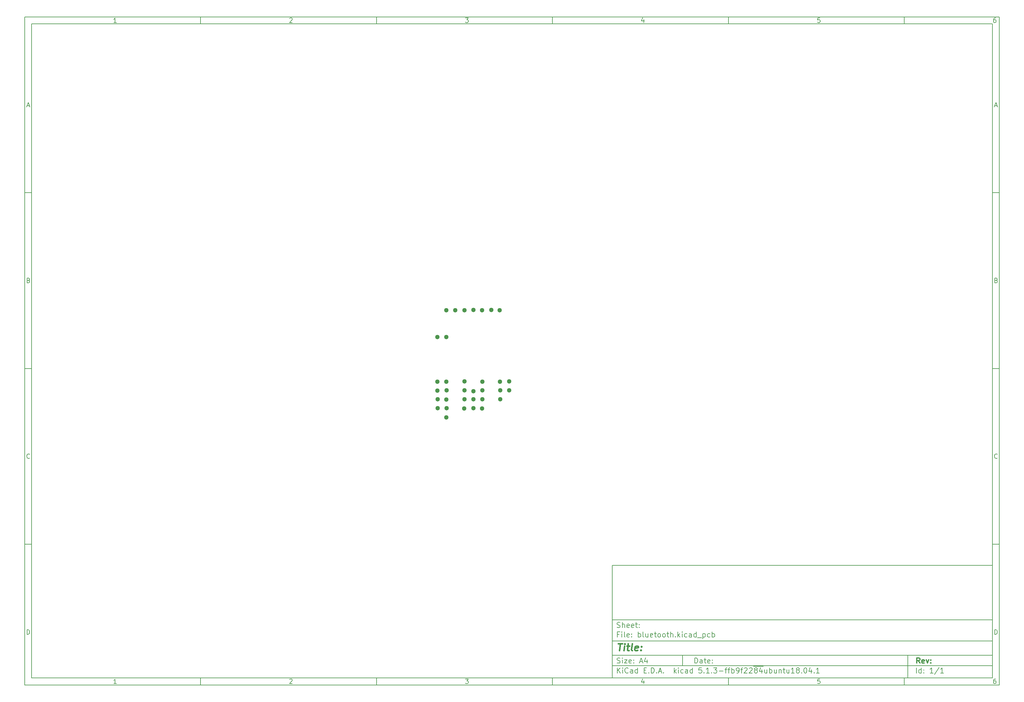
<source format=gbr>
%TF.GenerationSoftware,KiCad,Pcbnew,5.1.3-ffb9f22~84~ubuntu18.04.1*%
%TF.CreationDate,2019-07-25T20:39:45+03:00*%
%TF.ProjectId,bluetooth,626c7565-746f-46f7-9468-2e6b69636164,rev?*%
%TF.SameCoordinates,Original*%
%TF.FileFunction,Soldermask,Bot*%
%TF.FilePolarity,Negative*%
%FSLAX45Y45*%
G04 Gerber Fmt 4.5, Leading zero omitted, Abs format (unit mm)*
G04 Created by KiCad (PCBNEW 5.1.3-ffb9f22~84~ubuntu18.04.1) date 2019-07-25 20:39:45*
%MOMM*%
%LPD*%
G04 APERTURE LIST*
%ADD10C,0.100000*%
%ADD11C,0.150000*%
%ADD12C,0.300000*%
%ADD13C,0.400000*%
%ADD14C,1.300000*%
G04 APERTURE END LIST*
D10*
D11*
X17700220Y-16600720D02*
X17700220Y-19800720D01*
X28500220Y-19800720D01*
X28500220Y-16600720D01*
X17700220Y-16600720D01*
D10*
D11*
X1000000Y-1000000D02*
X1000000Y-20000720D01*
X28700220Y-20000720D01*
X28700220Y-1000000D01*
X1000000Y-1000000D01*
D10*
D11*
X1200000Y-1200000D02*
X1200000Y-19800720D01*
X28500220Y-19800720D01*
X28500220Y-1200000D01*
X1200000Y-1200000D01*
D10*
D11*
X6000000Y-1200000D02*
X6000000Y-1000000D01*
D10*
D11*
X11000000Y-1200000D02*
X11000000Y-1000000D01*
D10*
D11*
X16000000Y-1200000D02*
X16000000Y-1000000D01*
D10*
D11*
X21000000Y-1200000D02*
X21000000Y-1000000D01*
D10*
D11*
X26000000Y-1200000D02*
X26000000Y-1000000D01*
D10*
D11*
X3606548Y-1158810D02*
X3532262Y-1158810D01*
X3569405Y-1158810D02*
X3569405Y-1028809D01*
X3557024Y-1047381D01*
X3544643Y-1059762D01*
X3532262Y-1065952D01*
D10*
D11*
X8532262Y-1041190D02*
X8538452Y-1035000D01*
X8550833Y-1028809D01*
X8581786Y-1028809D01*
X8594167Y-1035000D01*
X8600357Y-1041190D01*
X8606548Y-1053571D01*
X8606548Y-1065952D01*
X8600357Y-1084524D01*
X8526071Y-1158810D01*
X8606548Y-1158810D01*
D10*
D11*
X13526071Y-1028809D02*
X13606548Y-1028809D01*
X13563214Y-1078333D01*
X13581786Y-1078333D01*
X13594167Y-1084524D01*
X13600357Y-1090714D01*
X13606548Y-1103095D01*
X13606548Y-1134048D01*
X13600357Y-1146429D01*
X13594167Y-1152619D01*
X13581786Y-1158810D01*
X13544643Y-1158810D01*
X13532262Y-1152619D01*
X13526071Y-1146429D01*
D10*
D11*
X18594167Y-1072143D02*
X18594167Y-1158810D01*
X18563214Y-1022619D02*
X18532262Y-1115476D01*
X18612738Y-1115476D01*
D10*
D11*
X23600357Y-1028809D02*
X23538452Y-1028809D01*
X23532262Y-1090714D01*
X23538452Y-1084524D01*
X23550833Y-1078333D01*
X23581786Y-1078333D01*
X23594167Y-1084524D01*
X23600357Y-1090714D01*
X23606548Y-1103095D01*
X23606548Y-1134048D01*
X23600357Y-1146429D01*
X23594167Y-1152619D01*
X23581786Y-1158810D01*
X23550833Y-1158810D01*
X23538452Y-1152619D01*
X23532262Y-1146429D01*
D10*
D11*
X28594167Y-1028809D02*
X28569405Y-1028809D01*
X28557024Y-1035000D01*
X28550833Y-1041190D01*
X28538452Y-1059762D01*
X28532262Y-1084524D01*
X28532262Y-1134048D01*
X28538452Y-1146429D01*
X28544643Y-1152619D01*
X28557024Y-1158810D01*
X28581786Y-1158810D01*
X28594167Y-1152619D01*
X28600357Y-1146429D01*
X28606548Y-1134048D01*
X28606548Y-1103095D01*
X28600357Y-1090714D01*
X28594167Y-1084524D01*
X28581786Y-1078333D01*
X28557024Y-1078333D01*
X28544643Y-1084524D01*
X28538452Y-1090714D01*
X28532262Y-1103095D01*
D10*
D11*
X6000000Y-19800720D02*
X6000000Y-20000720D01*
D10*
D11*
X11000000Y-19800720D02*
X11000000Y-20000720D01*
D10*
D11*
X16000000Y-19800720D02*
X16000000Y-20000720D01*
D10*
D11*
X21000000Y-19800720D02*
X21000000Y-20000720D01*
D10*
D11*
X26000000Y-19800720D02*
X26000000Y-20000720D01*
D10*
D11*
X3606548Y-19959530D02*
X3532262Y-19959530D01*
X3569405Y-19959530D02*
X3569405Y-19829530D01*
X3557024Y-19848101D01*
X3544643Y-19860482D01*
X3532262Y-19866672D01*
D10*
D11*
X8532262Y-19841910D02*
X8538452Y-19835720D01*
X8550833Y-19829530D01*
X8581786Y-19829530D01*
X8594167Y-19835720D01*
X8600357Y-19841910D01*
X8606548Y-19854291D01*
X8606548Y-19866672D01*
X8600357Y-19885244D01*
X8526071Y-19959530D01*
X8606548Y-19959530D01*
D10*
D11*
X13526071Y-19829530D02*
X13606548Y-19829530D01*
X13563214Y-19879053D01*
X13581786Y-19879053D01*
X13594167Y-19885244D01*
X13600357Y-19891434D01*
X13606548Y-19903815D01*
X13606548Y-19934768D01*
X13600357Y-19947149D01*
X13594167Y-19953339D01*
X13581786Y-19959530D01*
X13544643Y-19959530D01*
X13532262Y-19953339D01*
X13526071Y-19947149D01*
D10*
D11*
X18594167Y-19872863D02*
X18594167Y-19959530D01*
X18563214Y-19823339D02*
X18532262Y-19916196D01*
X18612738Y-19916196D01*
D10*
D11*
X23600357Y-19829530D02*
X23538452Y-19829530D01*
X23532262Y-19891434D01*
X23538452Y-19885244D01*
X23550833Y-19879053D01*
X23581786Y-19879053D01*
X23594167Y-19885244D01*
X23600357Y-19891434D01*
X23606548Y-19903815D01*
X23606548Y-19934768D01*
X23600357Y-19947149D01*
X23594167Y-19953339D01*
X23581786Y-19959530D01*
X23550833Y-19959530D01*
X23538452Y-19953339D01*
X23532262Y-19947149D01*
D10*
D11*
X28594167Y-19829530D02*
X28569405Y-19829530D01*
X28557024Y-19835720D01*
X28550833Y-19841910D01*
X28538452Y-19860482D01*
X28532262Y-19885244D01*
X28532262Y-19934768D01*
X28538452Y-19947149D01*
X28544643Y-19953339D01*
X28557024Y-19959530D01*
X28581786Y-19959530D01*
X28594167Y-19953339D01*
X28600357Y-19947149D01*
X28606548Y-19934768D01*
X28606548Y-19903815D01*
X28600357Y-19891434D01*
X28594167Y-19885244D01*
X28581786Y-19879053D01*
X28557024Y-19879053D01*
X28544643Y-19885244D01*
X28538452Y-19891434D01*
X28532262Y-19903815D01*
D10*
D11*
X1000000Y-6000000D02*
X1200000Y-6000000D01*
D10*
D11*
X1000000Y-11000000D02*
X1200000Y-11000000D01*
D10*
D11*
X1000000Y-16000000D02*
X1200000Y-16000000D01*
D10*
D11*
X1069048Y-3521667D02*
X1130952Y-3521667D01*
X1056667Y-3558809D02*
X1100000Y-3428809D01*
X1143333Y-3558809D01*
D10*
D11*
X1109286Y-8490714D02*
X1127857Y-8496905D01*
X1134048Y-8503095D01*
X1140238Y-8515476D01*
X1140238Y-8534048D01*
X1134048Y-8546429D01*
X1127857Y-8552619D01*
X1115476Y-8558810D01*
X1065952Y-8558810D01*
X1065952Y-8428810D01*
X1109286Y-8428810D01*
X1121667Y-8435000D01*
X1127857Y-8441190D01*
X1134048Y-8453571D01*
X1134048Y-8465952D01*
X1127857Y-8478333D01*
X1121667Y-8484524D01*
X1109286Y-8490714D01*
X1065952Y-8490714D01*
D10*
D11*
X1140238Y-13546428D02*
X1134048Y-13552619D01*
X1115476Y-13558809D01*
X1103095Y-13558809D01*
X1084524Y-13552619D01*
X1072143Y-13540238D01*
X1065952Y-13527857D01*
X1059762Y-13503095D01*
X1059762Y-13484524D01*
X1065952Y-13459762D01*
X1072143Y-13447381D01*
X1084524Y-13435000D01*
X1103095Y-13428809D01*
X1115476Y-13428809D01*
X1134048Y-13435000D01*
X1140238Y-13441190D01*
D10*
D11*
X1065952Y-18558810D02*
X1065952Y-18428810D01*
X1096905Y-18428810D01*
X1115476Y-18435000D01*
X1127857Y-18447381D01*
X1134048Y-18459762D01*
X1140238Y-18484524D01*
X1140238Y-18503095D01*
X1134048Y-18527857D01*
X1127857Y-18540238D01*
X1115476Y-18552619D01*
X1096905Y-18558810D01*
X1065952Y-18558810D01*
D10*
D11*
X28700220Y-6000000D02*
X28500220Y-6000000D01*
D10*
D11*
X28700220Y-11000000D02*
X28500220Y-11000000D01*
D10*
D11*
X28700220Y-16000000D02*
X28500220Y-16000000D01*
D10*
D11*
X28569268Y-3521667D02*
X28631172Y-3521667D01*
X28556887Y-3558809D02*
X28600220Y-3428809D01*
X28643553Y-3558809D01*
D10*
D11*
X28609506Y-8490714D02*
X28628077Y-8496905D01*
X28634268Y-8503095D01*
X28640458Y-8515476D01*
X28640458Y-8534048D01*
X28634268Y-8546429D01*
X28628077Y-8552619D01*
X28615696Y-8558810D01*
X28566172Y-8558810D01*
X28566172Y-8428810D01*
X28609506Y-8428810D01*
X28621887Y-8435000D01*
X28628077Y-8441190D01*
X28634268Y-8453571D01*
X28634268Y-8465952D01*
X28628077Y-8478333D01*
X28621887Y-8484524D01*
X28609506Y-8490714D01*
X28566172Y-8490714D01*
D10*
D11*
X28640458Y-13546428D02*
X28634268Y-13552619D01*
X28615696Y-13558809D01*
X28603315Y-13558809D01*
X28584744Y-13552619D01*
X28572363Y-13540238D01*
X28566172Y-13527857D01*
X28559982Y-13503095D01*
X28559982Y-13484524D01*
X28566172Y-13459762D01*
X28572363Y-13447381D01*
X28584744Y-13435000D01*
X28603315Y-13428809D01*
X28615696Y-13428809D01*
X28634268Y-13435000D01*
X28640458Y-13441190D01*
D10*
D11*
X28566172Y-18558810D02*
X28566172Y-18428810D01*
X28597125Y-18428810D01*
X28615696Y-18435000D01*
X28628077Y-18447381D01*
X28634268Y-18459762D01*
X28640458Y-18484524D01*
X28640458Y-18503095D01*
X28634268Y-18527857D01*
X28628077Y-18540238D01*
X28615696Y-18552619D01*
X28597125Y-18558810D01*
X28566172Y-18558810D01*
D10*
D11*
X20043434Y-19378577D02*
X20043434Y-19228577D01*
X20079149Y-19228577D01*
X20100577Y-19235720D01*
X20114863Y-19250006D01*
X20122006Y-19264291D01*
X20129149Y-19292863D01*
X20129149Y-19314291D01*
X20122006Y-19342863D01*
X20114863Y-19357149D01*
X20100577Y-19371434D01*
X20079149Y-19378577D01*
X20043434Y-19378577D01*
X20257720Y-19378577D02*
X20257720Y-19300006D01*
X20250577Y-19285720D01*
X20236291Y-19278577D01*
X20207720Y-19278577D01*
X20193434Y-19285720D01*
X20257720Y-19371434D02*
X20243434Y-19378577D01*
X20207720Y-19378577D01*
X20193434Y-19371434D01*
X20186291Y-19357149D01*
X20186291Y-19342863D01*
X20193434Y-19328577D01*
X20207720Y-19321434D01*
X20243434Y-19321434D01*
X20257720Y-19314291D01*
X20307720Y-19278577D02*
X20364863Y-19278577D01*
X20329149Y-19228577D02*
X20329149Y-19357149D01*
X20336291Y-19371434D01*
X20350577Y-19378577D01*
X20364863Y-19378577D01*
X20472006Y-19371434D02*
X20457720Y-19378577D01*
X20429149Y-19378577D01*
X20414863Y-19371434D01*
X20407720Y-19357149D01*
X20407720Y-19300006D01*
X20414863Y-19285720D01*
X20429149Y-19278577D01*
X20457720Y-19278577D01*
X20472006Y-19285720D01*
X20479149Y-19300006D01*
X20479149Y-19314291D01*
X20407720Y-19328577D01*
X20543434Y-19364291D02*
X20550577Y-19371434D01*
X20543434Y-19378577D01*
X20536291Y-19371434D01*
X20543434Y-19364291D01*
X20543434Y-19378577D01*
X20543434Y-19285720D02*
X20550577Y-19292863D01*
X20543434Y-19300006D01*
X20536291Y-19292863D01*
X20543434Y-19285720D01*
X20543434Y-19300006D01*
D10*
D11*
X17700220Y-19450720D02*
X28500220Y-19450720D01*
D10*
D11*
X17843434Y-19658577D02*
X17843434Y-19508577D01*
X17929149Y-19658577D02*
X17864863Y-19572863D01*
X17929149Y-19508577D02*
X17843434Y-19594291D01*
X17993434Y-19658577D02*
X17993434Y-19558577D01*
X17993434Y-19508577D02*
X17986291Y-19515720D01*
X17993434Y-19522863D01*
X18000577Y-19515720D01*
X17993434Y-19508577D01*
X17993434Y-19522863D01*
X18150577Y-19644291D02*
X18143434Y-19651434D01*
X18122006Y-19658577D01*
X18107720Y-19658577D01*
X18086291Y-19651434D01*
X18072006Y-19637149D01*
X18064863Y-19622863D01*
X18057720Y-19594291D01*
X18057720Y-19572863D01*
X18064863Y-19544291D01*
X18072006Y-19530006D01*
X18086291Y-19515720D01*
X18107720Y-19508577D01*
X18122006Y-19508577D01*
X18143434Y-19515720D01*
X18150577Y-19522863D01*
X18279149Y-19658577D02*
X18279149Y-19580006D01*
X18272006Y-19565720D01*
X18257720Y-19558577D01*
X18229149Y-19558577D01*
X18214863Y-19565720D01*
X18279149Y-19651434D02*
X18264863Y-19658577D01*
X18229149Y-19658577D01*
X18214863Y-19651434D01*
X18207720Y-19637149D01*
X18207720Y-19622863D01*
X18214863Y-19608577D01*
X18229149Y-19601434D01*
X18264863Y-19601434D01*
X18279149Y-19594291D01*
X18414863Y-19658577D02*
X18414863Y-19508577D01*
X18414863Y-19651434D02*
X18400577Y-19658577D01*
X18372006Y-19658577D01*
X18357720Y-19651434D01*
X18350577Y-19644291D01*
X18343434Y-19630006D01*
X18343434Y-19587149D01*
X18350577Y-19572863D01*
X18357720Y-19565720D01*
X18372006Y-19558577D01*
X18400577Y-19558577D01*
X18414863Y-19565720D01*
X18600577Y-19580006D02*
X18650577Y-19580006D01*
X18672006Y-19658577D02*
X18600577Y-19658577D01*
X18600577Y-19508577D01*
X18672006Y-19508577D01*
X18736291Y-19644291D02*
X18743434Y-19651434D01*
X18736291Y-19658577D01*
X18729149Y-19651434D01*
X18736291Y-19644291D01*
X18736291Y-19658577D01*
X18807720Y-19658577D02*
X18807720Y-19508577D01*
X18843434Y-19508577D01*
X18864863Y-19515720D01*
X18879149Y-19530006D01*
X18886291Y-19544291D01*
X18893434Y-19572863D01*
X18893434Y-19594291D01*
X18886291Y-19622863D01*
X18879149Y-19637149D01*
X18864863Y-19651434D01*
X18843434Y-19658577D01*
X18807720Y-19658577D01*
X18957720Y-19644291D02*
X18964863Y-19651434D01*
X18957720Y-19658577D01*
X18950577Y-19651434D01*
X18957720Y-19644291D01*
X18957720Y-19658577D01*
X19022006Y-19615720D02*
X19093434Y-19615720D01*
X19007720Y-19658577D02*
X19057720Y-19508577D01*
X19107720Y-19658577D01*
X19157720Y-19644291D02*
X19164863Y-19651434D01*
X19157720Y-19658577D01*
X19150577Y-19651434D01*
X19157720Y-19644291D01*
X19157720Y-19658577D01*
X19457720Y-19658577D02*
X19457720Y-19508577D01*
X19472006Y-19601434D02*
X19514863Y-19658577D01*
X19514863Y-19558577D02*
X19457720Y-19615720D01*
X19579149Y-19658577D02*
X19579149Y-19558577D01*
X19579149Y-19508577D02*
X19572006Y-19515720D01*
X19579149Y-19522863D01*
X19586291Y-19515720D01*
X19579149Y-19508577D01*
X19579149Y-19522863D01*
X19714863Y-19651434D02*
X19700577Y-19658577D01*
X19672006Y-19658577D01*
X19657720Y-19651434D01*
X19650577Y-19644291D01*
X19643434Y-19630006D01*
X19643434Y-19587149D01*
X19650577Y-19572863D01*
X19657720Y-19565720D01*
X19672006Y-19558577D01*
X19700577Y-19558577D01*
X19714863Y-19565720D01*
X19843434Y-19658577D02*
X19843434Y-19580006D01*
X19836291Y-19565720D01*
X19822006Y-19558577D01*
X19793434Y-19558577D01*
X19779149Y-19565720D01*
X19843434Y-19651434D02*
X19829149Y-19658577D01*
X19793434Y-19658577D01*
X19779149Y-19651434D01*
X19772006Y-19637149D01*
X19772006Y-19622863D01*
X19779149Y-19608577D01*
X19793434Y-19601434D01*
X19829149Y-19601434D01*
X19843434Y-19594291D01*
X19979149Y-19658577D02*
X19979149Y-19508577D01*
X19979149Y-19651434D02*
X19964863Y-19658577D01*
X19936291Y-19658577D01*
X19922006Y-19651434D01*
X19914863Y-19644291D01*
X19907720Y-19630006D01*
X19907720Y-19587149D01*
X19914863Y-19572863D01*
X19922006Y-19565720D01*
X19936291Y-19558577D01*
X19964863Y-19558577D01*
X19979149Y-19565720D01*
X20236291Y-19508577D02*
X20164863Y-19508577D01*
X20157720Y-19580006D01*
X20164863Y-19572863D01*
X20179149Y-19565720D01*
X20214863Y-19565720D01*
X20229149Y-19572863D01*
X20236291Y-19580006D01*
X20243434Y-19594291D01*
X20243434Y-19630006D01*
X20236291Y-19644291D01*
X20229149Y-19651434D01*
X20214863Y-19658577D01*
X20179149Y-19658577D01*
X20164863Y-19651434D01*
X20157720Y-19644291D01*
X20307720Y-19644291D02*
X20314863Y-19651434D01*
X20307720Y-19658577D01*
X20300577Y-19651434D01*
X20307720Y-19644291D01*
X20307720Y-19658577D01*
X20457720Y-19658577D02*
X20372006Y-19658577D01*
X20414863Y-19658577D02*
X20414863Y-19508577D01*
X20400577Y-19530006D01*
X20386291Y-19544291D01*
X20372006Y-19551434D01*
X20522006Y-19644291D02*
X20529149Y-19651434D01*
X20522006Y-19658577D01*
X20514863Y-19651434D01*
X20522006Y-19644291D01*
X20522006Y-19658577D01*
X20579149Y-19508577D02*
X20672006Y-19508577D01*
X20622006Y-19565720D01*
X20643434Y-19565720D01*
X20657720Y-19572863D01*
X20664863Y-19580006D01*
X20672006Y-19594291D01*
X20672006Y-19630006D01*
X20664863Y-19644291D01*
X20657720Y-19651434D01*
X20643434Y-19658577D01*
X20600577Y-19658577D01*
X20586291Y-19651434D01*
X20579149Y-19644291D01*
X20736291Y-19601434D02*
X20850577Y-19601434D01*
X20900577Y-19558577D02*
X20957720Y-19558577D01*
X20922006Y-19658577D02*
X20922006Y-19530006D01*
X20929149Y-19515720D01*
X20943434Y-19508577D01*
X20957720Y-19508577D01*
X20986291Y-19558577D02*
X21043434Y-19558577D01*
X21007720Y-19658577D02*
X21007720Y-19530006D01*
X21014863Y-19515720D01*
X21029149Y-19508577D01*
X21043434Y-19508577D01*
X21093434Y-19658577D02*
X21093434Y-19508577D01*
X21093434Y-19565720D02*
X21107720Y-19558577D01*
X21136291Y-19558577D01*
X21150577Y-19565720D01*
X21157720Y-19572863D01*
X21164863Y-19587149D01*
X21164863Y-19630006D01*
X21157720Y-19644291D01*
X21150577Y-19651434D01*
X21136291Y-19658577D01*
X21107720Y-19658577D01*
X21093434Y-19651434D01*
X21236291Y-19658577D02*
X21264863Y-19658577D01*
X21279149Y-19651434D01*
X21286291Y-19644291D01*
X21300577Y-19622863D01*
X21307720Y-19594291D01*
X21307720Y-19537149D01*
X21300577Y-19522863D01*
X21293434Y-19515720D01*
X21279149Y-19508577D01*
X21250577Y-19508577D01*
X21236291Y-19515720D01*
X21229149Y-19522863D01*
X21222006Y-19537149D01*
X21222006Y-19572863D01*
X21229149Y-19587149D01*
X21236291Y-19594291D01*
X21250577Y-19601434D01*
X21279149Y-19601434D01*
X21293434Y-19594291D01*
X21300577Y-19587149D01*
X21307720Y-19572863D01*
X21350577Y-19558577D02*
X21407720Y-19558577D01*
X21372006Y-19658577D02*
X21372006Y-19530006D01*
X21379149Y-19515720D01*
X21393434Y-19508577D01*
X21407720Y-19508577D01*
X21450577Y-19522863D02*
X21457720Y-19515720D01*
X21472006Y-19508577D01*
X21507720Y-19508577D01*
X21522006Y-19515720D01*
X21529149Y-19522863D01*
X21536291Y-19537149D01*
X21536291Y-19551434D01*
X21529149Y-19572863D01*
X21443434Y-19658577D01*
X21536291Y-19658577D01*
X21593434Y-19522863D02*
X21600577Y-19515720D01*
X21614863Y-19508577D01*
X21650577Y-19508577D01*
X21664863Y-19515720D01*
X21672006Y-19522863D01*
X21679149Y-19537149D01*
X21679149Y-19551434D01*
X21672006Y-19572863D01*
X21586291Y-19658577D01*
X21679149Y-19658577D01*
X21707720Y-19467720D02*
X21850577Y-19467720D01*
X21764863Y-19572863D02*
X21750577Y-19565720D01*
X21743434Y-19558577D01*
X21736291Y-19544291D01*
X21736291Y-19537149D01*
X21743434Y-19522863D01*
X21750577Y-19515720D01*
X21764863Y-19508577D01*
X21793434Y-19508577D01*
X21807720Y-19515720D01*
X21814863Y-19522863D01*
X21822006Y-19537149D01*
X21822006Y-19544291D01*
X21814863Y-19558577D01*
X21807720Y-19565720D01*
X21793434Y-19572863D01*
X21764863Y-19572863D01*
X21750577Y-19580006D01*
X21743434Y-19587149D01*
X21736291Y-19601434D01*
X21736291Y-19630006D01*
X21743434Y-19644291D01*
X21750577Y-19651434D01*
X21764863Y-19658577D01*
X21793434Y-19658577D01*
X21807720Y-19651434D01*
X21814863Y-19644291D01*
X21822006Y-19630006D01*
X21822006Y-19601434D01*
X21814863Y-19587149D01*
X21807720Y-19580006D01*
X21793434Y-19572863D01*
X21850577Y-19467720D02*
X21993434Y-19467720D01*
X21950577Y-19558577D02*
X21950577Y-19658577D01*
X21914863Y-19501434D02*
X21879149Y-19608577D01*
X21972006Y-19608577D01*
X22093434Y-19558577D02*
X22093434Y-19658577D01*
X22029149Y-19558577D02*
X22029149Y-19637149D01*
X22036291Y-19651434D01*
X22050577Y-19658577D01*
X22072006Y-19658577D01*
X22086291Y-19651434D01*
X22093434Y-19644291D01*
X22164863Y-19658577D02*
X22164863Y-19508577D01*
X22164863Y-19565720D02*
X22179149Y-19558577D01*
X22207720Y-19558577D01*
X22222006Y-19565720D01*
X22229149Y-19572863D01*
X22236291Y-19587149D01*
X22236291Y-19630006D01*
X22229149Y-19644291D01*
X22222006Y-19651434D01*
X22207720Y-19658577D01*
X22179149Y-19658577D01*
X22164863Y-19651434D01*
X22364863Y-19558577D02*
X22364863Y-19658577D01*
X22300577Y-19558577D02*
X22300577Y-19637149D01*
X22307720Y-19651434D01*
X22322006Y-19658577D01*
X22343434Y-19658577D01*
X22357720Y-19651434D01*
X22364863Y-19644291D01*
X22436291Y-19558577D02*
X22436291Y-19658577D01*
X22436291Y-19572863D02*
X22443434Y-19565720D01*
X22457720Y-19558577D01*
X22479148Y-19558577D01*
X22493434Y-19565720D01*
X22500577Y-19580006D01*
X22500577Y-19658577D01*
X22550577Y-19558577D02*
X22607720Y-19558577D01*
X22572006Y-19508577D02*
X22572006Y-19637149D01*
X22579148Y-19651434D01*
X22593434Y-19658577D01*
X22607720Y-19658577D01*
X22722006Y-19558577D02*
X22722006Y-19658577D01*
X22657720Y-19558577D02*
X22657720Y-19637149D01*
X22664863Y-19651434D01*
X22679148Y-19658577D01*
X22700577Y-19658577D01*
X22714863Y-19651434D01*
X22722006Y-19644291D01*
X22872006Y-19658577D02*
X22786291Y-19658577D01*
X22829148Y-19658577D02*
X22829148Y-19508577D01*
X22814863Y-19530006D01*
X22800577Y-19544291D01*
X22786291Y-19551434D01*
X22957720Y-19572863D02*
X22943434Y-19565720D01*
X22936291Y-19558577D01*
X22929148Y-19544291D01*
X22929148Y-19537149D01*
X22936291Y-19522863D01*
X22943434Y-19515720D01*
X22957720Y-19508577D01*
X22986291Y-19508577D01*
X23000577Y-19515720D01*
X23007720Y-19522863D01*
X23014863Y-19537149D01*
X23014863Y-19544291D01*
X23007720Y-19558577D01*
X23000577Y-19565720D01*
X22986291Y-19572863D01*
X22957720Y-19572863D01*
X22943434Y-19580006D01*
X22936291Y-19587149D01*
X22929148Y-19601434D01*
X22929148Y-19630006D01*
X22936291Y-19644291D01*
X22943434Y-19651434D01*
X22957720Y-19658577D01*
X22986291Y-19658577D01*
X23000577Y-19651434D01*
X23007720Y-19644291D01*
X23014863Y-19630006D01*
X23014863Y-19601434D01*
X23007720Y-19587149D01*
X23000577Y-19580006D01*
X22986291Y-19572863D01*
X23079148Y-19644291D02*
X23086291Y-19651434D01*
X23079148Y-19658577D01*
X23072006Y-19651434D01*
X23079148Y-19644291D01*
X23079148Y-19658577D01*
X23179148Y-19508577D02*
X23193434Y-19508577D01*
X23207720Y-19515720D01*
X23214863Y-19522863D01*
X23222006Y-19537149D01*
X23229148Y-19565720D01*
X23229148Y-19601434D01*
X23222006Y-19630006D01*
X23214863Y-19644291D01*
X23207720Y-19651434D01*
X23193434Y-19658577D01*
X23179148Y-19658577D01*
X23164863Y-19651434D01*
X23157720Y-19644291D01*
X23150577Y-19630006D01*
X23143434Y-19601434D01*
X23143434Y-19565720D01*
X23150577Y-19537149D01*
X23157720Y-19522863D01*
X23164863Y-19515720D01*
X23179148Y-19508577D01*
X23357720Y-19558577D02*
X23357720Y-19658577D01*
X23322006Y-19501434D02*
X23286291Y-19608577D01*
X23379148Y-19608577D01*
X23436291Y-19644291D02*
X23443434Y-19651434D01*
X23436291Y-19658577D01*
X23429148Y-19651434D01*
X23436291Y-19644291D01*
X23436291Y-19658577D01*
X23586291Y-19658577D02*
X23500577Y-19658577D01*
X23543434Y-19658577D02*
X23543434Y-19508577D01*
X23529148Y-19530006D01*
X23514863Y-19544291D01*
X23500577Y-19551434D01*
D10*
D11*
X17700220Y-19150720D02*
X28500220Y-19150720D01*
D10*
D12*
X26441148Y-19378577D02*
X26391148Y-19307149D01*
X26355434Y-19378577D02*
X26355434Y-19228577D01*
X26412577Y-19228577D01*
X26426863Y-19235720D01*
X26434006Y-19242863D01*
X26441148Y-19257149D01*
X26441148Y-19278577D01*
X26434006Y-19292863D01*
X26426863Y-19300006D01*
X26412577Y-19307149D01*
X26355434Y-19307149D01*
X26562577Y-19371434D02*
X26548291Y-19378577D01*
X26519720Y-19378577D01*
X26505434Y-19371434D01*
X26498291Y-19357149D01*
X26498291Y-19300006D01*
X26505434Y-19285720D01*
X26519720Y-19278577D01*
X26548291Y-19278577D01*
X26562577Y-19285720D01*
X26569720Y-19300006D01*
X26569720Y-19314291D01*
X26498291Y-19328577D01*
X26619720Y-19278577D02*
X26655434Y-19378577D01*
X26691148Y-19278577D01*
X26748291Y-19364291D02*
X26755434Y-19371434D01*
X26748291Y-19378577D01*
X26741148Y-19371434D01*
X26748291Y-19364291D01*
X26748291Y-19378577D01*
X26748291Y-19285720D02*
X26755434Y-19292863D01*
X26748291Y-19300006D01*
X26741148Y-19292863D01*
X26748291Y-19285720D01*
X26748291Y-19300006D01*
D10*
D11*
X17836291Y-19371434D02*
X17857720Y-19378577D01*
X17893434Y-19378577D01*
X17907720Y-19371434D01*
X17914863Y-19364291D01*
X17922006Y-19350006D01*
X17922006Y-19335720D01*
X17914863Y-19321434D01*
X17907720Y-19314291D01*
X17893434Y-19307149D01*
X17864863Y-19300006D01*
X17850577Y-19292863D01*
X17843434Y-19285720D01*
X17836291Y-19271434D01*
X17836291Y-19257149D01*
X17843434Y-19242863D01*
X17850577Y-19235720D01*
X17864863Y-19228577D01*
X17900577Y-19228577D01*
X17922006Y-19235720D01*
X17986291Y-19378577D02*
X17986291Y-19278577D01*
X17986291Y-19228577D02*
X17979149Y-19235720D01*
X17986291Y-19242863D01*
X17993434Y-19235720D01*
X17986291Y-19228577D01*
X17986291Y-19242863D01*
X18043434Y-19278577D02*
X18122006Y-19278577D01*
X18043434Y-19378577D01*
X18122006Y-19378577D01*
X18236291Y-19371434D02*
X18222006Y-19378577D01*
X18193434Y-19378577D01*
X18179149Y-19371434D01*
X18172006Y-19357149D01*
X18172006Y-19300006D01*
X18179149Y-19285720D01*
X18193434Y-19278577D01*
X18222006Y-19278577D01*
X18236291Y-19285720D01*
X18243434Y-19300006D01*
X18243434Y-19314291D01*
X18172006Y-19328577D01*
X18307720Y-19364291D02*
X18314863Y-19371434D01*
X18307720Y-19378577D01*
X18300577Y-19371434D01*
X18307720Y-19364291D01*
X18307720Y-19378577D01*
X18307720Y-19285720D02*
X18314863Y-19292863D01*
X18307720Y-19300006D01*
X18300577Y-19292863D01*
X18307720Y-19285720D01*
X18307720Y-19300006D01*
X18486291Y-19335720D02*
X18557720Y-19335720D01*
X18472006Y-19378577D02*
X18522006Y-19228577D01*
X18572006Y-19378577D01*
X18686291Y-19278577D02*
X18686291Y-19378577D01*
X18650577Y-19221434D02*
X18614863Y-19328577D01*
X18707720Y-19328577D01*
D10*
D11*
X26343434Y-19658577D02*
X26343434Y-19508577D01*
X26479148Y-19658577D02*
X26479148Y-19508577D01*
X26479148Y-19651434D02*
X26464863Y-19658577D01*
X26436291Y-19658577D01*
X26422006Y-19651434D01*
X26414863Y-19644291D01*
X26407720Y-19630006D01*
X26407720Y-19587149D01*
X26414863Y-19572863D01*
X26422006Y-19565720D01*
X26436291Y-19558577D01*
X26464863Y-19558577D01*
X26479148Y-19565720D01*
X26550577Y-19644291D02*
X26557720Y-19651434D01*
X26550577Y-19658577D01*
X26543434Y-19651434D01*
X26550577Y-19644291D01*
X26550577Y-19658577D01*
X26550577Y-19565720D02*
X26557720Y-19572863D01*
X26550577Y-19580006D01*
X26543434Y-19572863D01*
X26550577Y-19565720D01*
X26550577Y-19580006D01*
X26814863Y-19658577D02*
X26729148Y-19658577D01*
X26772006Y-19658577D02*
X26772006Y-19508577D01*
X26757720Y-19530006D01*
X26743434Y-19544291D01*
X26729148Y-19551434D01*
X26986291Y-19501434D02*
X26857720Y-19694291D01*
X27114863Y-19658577D02*
X27029148Y-19658577D01*
X27072006Y-19658577D02*
X27072006Y-19508577D01*
X27057720Y-19530006D01*
X27043434Y-19544291D01*
X27029148Y-19551434D01*
D10*
D11*
X17700220Y-18750720D02*
X28500220Y-18750720D01*
D10*
D13*
X17871458Y-18821196D02*
X17985744Y-18821196D01*
X17903601Y-19021196D02*
X17928601Y-18821196D01*
X18027410Y-19021196D02*
X18044077Y-18887863D01*
X18052410Y-18821196D02*
X18041696Y-18830720D01*
X18050030Y-18840244D01*
X18060744Y-18830720D01*
X18052410Y-18821196D01*
X18050030Y-18840244D01*
X18110744Y-18887863D02*
X18186934Y-18887863D01*
X18147649Y-18821196D02*
X18126220Y-18992625D01*
X18133363Y-19011672D01*
X18151220Y-19021196D01*
X18170268Y-19021196D01*
X18265506Y-19021196D02*
X18247649Y-19011672D01*
X18240506Y-18992625D01*
X18261934Y-18821196D01*
X18419077Y-19011672D02*
X18398839Y-19021196D01*
X18360744Y-19021196D01*
X18342887Y-19011672D01*
X18335744Y-18992625D01*
X18345268Y-18916434D01*
X18357172Y-18897387D01*
X18377410Y-18887863D01*
X18415506Y-18887863D01*
X18433363Y-18897387D01*
X18440506Y-18916434D01*
X18438125Y-18935482D01*
X18340506Y-18954530D01*
X18515506Y-19002149D02*
X18523839Y-19011672D01*
X18513125Y-19021196D01*
X18504791Y-19011672D01*
X18515506Y-19002149D01*
X18513125Y-19021196D01*
X18528601Y-18897387D02*
X18536934Y-18906910D01*
X18526220Y-18916434D01*
X18517887Y-18906910D01*
X18528601Y-18897387D01*
X18526220Y-18916434D01*
D10*
D11*
X17893434Y-18560006D02*
X17843434Y-18560006D01*
X17843434Y-18638577D02*
X17843434Y-18488577D01*
X17914863Y-18488577D01*
X17972006Y-18638577D02*
X17972006Y-18538577D01*
X17972006Y-18488577D02*
X17964863Y-18495720D01*
X17972006Y-18502863D01*
X17979149Y-18495720D01*
X17972006Y-18488577D01*
X17972006Y-18502863D01*
X18064863Y-18638577D02*
X18050577Y-18631434D01*
X18043434Y-18617149D01*
X18043434Y-18488577D01*
X18179149Y-18631434D02*
X18164863Y-18638577D01*
X18136291Y-18638577D01*
X18122006Y-18631434D01*
X18114863Y-18617149D01*
X18114863Y-18560006D01*
X18122006Y-18545720D01*
X18136291Y-18538577D01*
X18164863Y-18538577D01*
X18179149Y-18545720D01*
X18186291Y-18560006D01*
X18186291Y-18574291D01*
X18114863Y-18588577D01*
X18250577Y-18624291D02*
X18257720Y-18631434D01*
X18250577Y-18638577D01*
X18243434Y-18631434D01*
X18250577Y-18624291D01*
X18250577Y-18638577D01*
X18250577Y-18545720D02*
X18257720Y-18552863D01*
X18250577Y-18560006D01*
X18243434Y-18552863D01*
X18250577Y-18545720D01*
X18250577Y-18560006D01*
X18436291Y-18638577D02*
X18436291Y-18488577D01*
X18436291Y-18545720D02*
X18450577Y-18538577D01*
X18479149Y-18538577D01*
X18493434Y-18545720D01*
X18500577Y-18552863D01*
X18507720Y-18567149D01*
X18507720Y-18610006D01*
X18500577Y-18624291D01*
X18493434Y-18631434D01*
X18479149Y-18638577D01*
X18450577Y-18638577D01*
X18436291Y-18631434D01*
X18593434Y-18638577D02*
X18579149Y-18631434D01*
X18572006Y-18617149D01*
X18572006Y-18488577D01*
X18714863Y-18538577D02*
X18714863Y-18638577D01*
X18650577Y-18538577D02*
X18650577Y-18617149D01*
X18657720Y-18631434D01*
X18672006Y-18638577D01*
X18693434Y-18638577D01*
X18707720Y-18631434D01*
X18714863Y-18624291D01*
X18843434Y-18631434D02*
X18829149Y-18638577D01*
X18800577Y-18638577D01*
X18786291Y-18631434D01*
X18779149Y-18617149D01*
X18779149Y-18560006D01*
X18786291Y-18545720D01*
X18800577Y-18538577D01*
X18829149Y-18538577D01*
X18843434Y-18545720D01*
X18850577Y-18560006D01*
X18850577Y-18574291D01*
X18779149Y-18588577D01*
X18893434Y-18538577D02*
X18950577Y-18538577D01*
X18914863Y-18488577D02*
X18914863Y-18617149D01*
X18922006Y-18631434D01*
X18936291Y-18638577D01*
X18950577Y-18638577D01*
X19022006Y-18638577D02*
X19007720Y-18631434D01*
X19000577Y-18624291D01*
X18993434Y-18610006D01*
X18993434Y-18567149D01*
X19000577Y-18552863D01*
X19007720Y-18545720D01*
X19022006Y-18538577D01*
X19043434Y-18538577D01*
X19057720Y-18545720D01*
X19064863Y-18552863D01*
X19072006Y-18567149D01*
X19072006Y-18610006D01*
X19064863Y-18624291D01*
X19057720Y-18631434D01*
X19043434Y-18638577D01*
X19022006Y-18638577D01*
X19157720Y-18638577D02*
X19143434Y-18631434D01*
X19136291Y-18624291D01*
X19129149Y-18610006D01*
X19129149Y-18567149D01*
X19136291Y-18552863D01*
X19143434Y-18545720D01*
X19157720Y-18538577D01*
X19179149Y-18538577D01*
X19193434Y-18545720D01*
X19200577Y-18552863D01*
X19207720Y-18567149D01*
X19207720Y-18610006D01*
X19200577Y-18624291D01*
X19193434Y-18631434D01*
X19179149Y-18638577D01*
X19157720Y-18638577D01*
X19250577Y-18538577D02*
X19307720Y-18538577D01*
X19272006Y-18488577D02*
X19272006Y-18617149D01*
X19279149Y-18631434D01*
X19293434Y-18638577D01*
X19307720Y-18638577D01*
X19357720Y-18638577D02*
X19357720Y-18488577D01*
X19422006Y-18638577D02*
X19422006Y-18560006D01*
X19414863Y-18545720D01*
X19400577Y-18538577D01*
X19379149Y-18538577D01*
X19364863Y-18545720D01*
X19357720Y-18552863D01*
X19493434Y-18624291D02*
X19500577Y-18631434D01*
X19493434Y-18638577D01*
X19486291Y-18631434D01*
X19493434Y-18624291D01*
X19493434Y-18638577D01*
X19564863Y-18638577D02*
X19564863Y-18488577D01*
X19579149Y-18581434D02*
X19622006Y-18638577D01*
X19622006Y-18538577D02*
X19564863Y-18595720D01*
X19686291Y-18638577D02*
X19686291Y-18538577D01*
X19686291Y-18488577D02*
X19679149Y-18495720D01*
X19686291Y-18502863D01*
X19693434Y-18495720D01*
X19686291Y-18488577D01*
X19686291Y-18502863D01*
X19822006Y-18631434D02*
X19807720Y-18638577D01*
X19779149Y-18638577D01*
X19764863Y-18631434D01*
X19757720Y-18624291D01*
X19750577Y-18610006D01*
X19750577Y-18567149D01*
X19757720Y-18552863D01*
X19764863Y-18545720D01*
X19779149Y-18538577D01*
X19807720Y-18538577D01*
X19822006Y-18545720D01*
X19950577Y-18638577D02*
X19950577Y-18560006D01*
X19943434Y-18545720D01*
X19929149Y-18538577D01*
X19900577Y-18538577D01*
X19886291Y-18545720D01*
X19950577Y-18631434D02*
X19936291Y-18638577D01*
X19900577Y-18638577D01*
X19886291Y-18631434D01*
X19879149Y-18617149D01*
X19879149Y-18602863D01*
X19886291Y-18588577D01*
X19900577Y-18581434D01*
X19936291Y-18581434D01*
X19950577Y-18574291D01*
X20086291Y-18638577D02*
X20086291Y-18488577D01*
X20086291Y-18631434D02*
X20072006Y-18638577D01*
X20043434Y-18638577D01*
X20029149Y-18631434D01*
X20022006Y-18624291D01*
X20014863Y-18610006D01*
X20014863Y-18567149D01*
X20022006Y-18552863D01*
X20029149Y-18545720D01*
X20043434Y-18538577D01*
X20072006Y-18538577D01*
X20086291Y-18545720D01*
X20122006Y-18652863D02*
X20236291Y-18652863D01*
X20272006Y-18538577D02*
X20272006Y-18688577D01*
X20272006Y-18545720D02*
X20286291Y-18538577D01*
X20314863Y-18538577D01*
X20329149Y-18545720D01*
X20336291Y-18552863D01*
X20343434Y-18567149D01*
X20343434Y-18610006D01*
X20336291Y-18624291D01*
X20329149Y-18631434D01*
X20314863Y-18638577D01*
X20286291Y-18638577D01*
X20272006Y-18631434D01*
X20472006Y-18631434D02*
X20457720Y-18638577D01*
X20429149Y-18638577D01*
X20414863Y-18631434D01*
X20407720Y-18624291D01*
X20400577Y-18610006D01*
X20400577Y-18567149D01*
X20407720Y-18552863D01*
X20414863Y-18545720D01*
X20429149Y-18538577D01*
X20457720Y-18538577D01*
X20472006Y-18545720D01*
X20536291Y-18638577D02*
X20536291Y-18488577D01*
X20536291Y-18545720D02*
X20550577Y-18538577D01*
X20579149Y-18538577D01*
X20593434Y-18545720D01*
X20600577Y-18552863D01*
X20607720Y-18567149D01*
X20607720Y-18610006D01*
X20600577Y-18624291D01*
X20593434Y-18631434D01*
X20579149Y-18638577D01*
X20550577Y-18638577D01*
X20536291Y-18631434D01*
D10*
D11*
X17700220Y-18150720D02*
X28500220Y-18150720D01*
D10*
D11*
X17836291Y-18361434D02*
X17857720Y-18368577D01*
X17893434Y-18368577D01*
X17907720Y-18361434D01*
X17914863Y-18354291D01*
X17922006Y-18340006D01*
X17922006Y-18325720D01*
X17914863Y-18311434D01*
X17907720Y-18304291D01*
X17893434Y-18297149D01*
X17864863Y-18290006D01*
X17850577Y-18282863D01*
X17843434Y-18275720D01*
X17836291Y-18261434D01*
X17836291Y-18247149D01*
X17843434Y-18232863D01*
X17850577Y-18225720D01*
X17864863Y-18218577D01*
X17900577Y-18218577D01*
X17922006Y-18225720D01*
X17986291Y-18368577D02*
X17986291Y-18218577D01*
X18050577Y-18368577D02*
X18050577Y-18290006D01*
X18043434Y-18275720D01*
X18029149Y-18268577D01*
X18007720Y-18268577D01*
X17993434Y-18275720D01*
X17986291Y-18282863D01*
X18179149Y-18361434D02*
X18164863Y-18368577D01*
X18136291Y-18368577D01*
X18122006Y-18361434D01*
X18114863Y-18347149D01*
X18114863Y-18290006D01*
X18122006Y-18275720D01*
X18136291Y-18268577D01*
X18164863Y-18268577D01*
X18179149Y-18275720D01*
X18186291Y-18290006D01*
X18186291Y-18304291D01*
X18114863Y-18318577D01*
X18307720Y-18361434D02*
X18293434Y-18368577D01*
X18264863Y-18368577D01*
X18250577Y-18361434D01*
X18243434Y-18347149D01*
X18243434Y-18290006D01*
X18250577Y-18275720D01*
X18264863Y-18268577D01*
X18293434Y-18268577D01*
X18307720Y-18275720D01*
X18314863Y-18290006D01*
X18314863Y-18304291D01*
X18243434Y-18318577D01*
X18357720Y-18268577D02*
X18414863Y-18268577D01*
X18379149Y-18218577D02*
X18379149Y-18347149D01*
X18386291Y-18361434D01*
X18400577Y-18368577D01*
X18414863Y-18368577D01*
X18464863Y-18354291D02*
X18472006Y-18361434D01*
X18464863Y-18368577D01*
X18457720Y-18361434D01*
X18464863Y-18354291D01*
X18464863Y-18368577D01*
X18464863Y-18275720D02*
X18472006Y-18282863D01*
X18464863Y-18290006D01*
X18457720Y-18282863D01*
X18464863Y-18275720D01*
X18464863Y-18290006D01*
D10*
D11*
X19700220Y-19150720D02*
X19700220Y-19450720D01*
D10*
D11*
X26100220Y-19150720D02*
X26100220Y-19800720D01*
D14*
%TO.C,U102*%
X14004000Y-11371000D03*
%TD*%
%TO.C,U26*%
X12728000Y-10101000D03*
%TD*%
%TO.C,U8*%
X12982000Y-10101000D03*
%TD*%
%TO.C,U33*%
X12982000Y-11371000D03*
%TD*%
%TO.C,U31*%
X13490000Y-12133000D03*
%TD*%
%TO.C,U25*%
X12734000Y-11874000D03*
%TD*%
%TO.C,U20*%
X13750000Y-11874000D03*
%TD*%
%TO.C,U19*%
X14506000Y-11371000D03*
%TD*%
%TO.C,U32*%
X12728000Y-11625000D03*
%TD*%
%TO.C,U30*%
X12982000Y-11879000D03*
%TD*%
%TO.C,U29*%
X12728000Y-11371000D03*
%TD*%
%TO.C,U28*%
X12734000Y-12128000D03*
%TD*%
%TO.C,U27*%
X13750000Y-12128000D03*
%TD*%
%TO.C,U24*%
X12982000Y-12387000D03*
%TD*%
%TO.C,U23*%
X13998000Y-12133000D03*
%TD*%
%TO.C,U102*%
X14004000Y-11620000D03*
%TD*%
%TO.C,U21*%
X12988000Y-11620000D03*
%TD*%
%TO.C,U18*%
X13753000Y-11643000D03*
%TD*%
%TO.C,U17*%
X13496000Y-11874000D03*
%TD*%
%TO.C,U16*%
X14512000Y-11620000D03*
%TD*%
%TO.C,U15*%
X14766000Y-11366000D03*
%TD*%
%TO.C,U14*%
X13496000Y-11366000D03*
%TD*%
%TO.C,U13*%
X14004000Y-11874000D03*
%TD*%
%TO.C,U12*%
X14766000Y-11620000D03*
%TD*%
%TO.C,U11*%
X13496000Y-11620000D03*
%TD*%
%TO.C,U10*%
X14512000Y-11874000D03*
%TD*%
%TO.C,U9*%
X12988000Y-12128000D03*
%TD*%
%TO.C,U7*%
X12982000Y-9339000D03*
%TD*%
%TO.C,U6*%
X13750000Y-9334000D03*
%TD*%
%TO.C,U5*%
X13236000Y-9339000D03*
%TD*%
%TO.C,U4*%
X13998000Y-9339000D03*
%TD*%
%TO.C,U3*%
X14258000Y-9334000D03*
%TD*%
%TO.C,U2*%
X13498000Y-9339000D03*
%TD*%
%TO.C,U1*%
X14498000Y-9339000D03*
%TD*%
M02*

</source>
